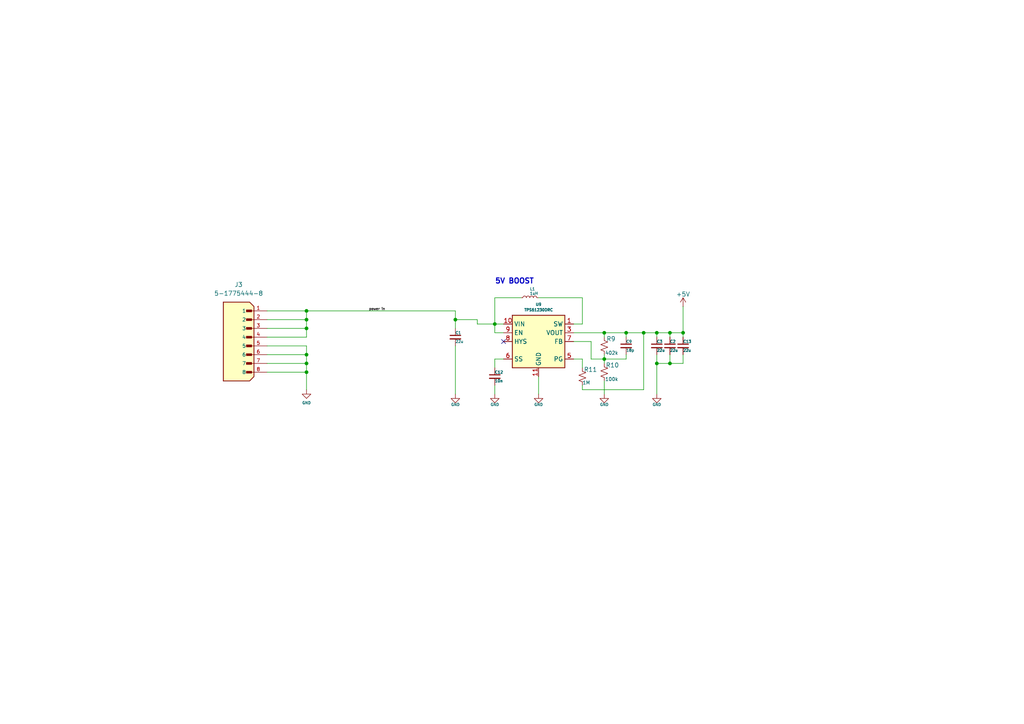
<source format=kicad_sch>
(kicad_sch
	(version 20231120)
	(generator "eeschema")
	(generator_version "8.0")
	(uuid "2835462f-76ea-47fd-80aa-e5a3c17e5f08")
	(paper "A4")
	(lib_symbols
		(symbol "5-1775444-8:5-1775444-8"
			(pin_names
				(offset 1.016)
			)
			(exclude_from_sim no)
			(in_bom yes)
			(on_board yes)
			(property "Reference" "J3"
				(at 0.635 17.78 0)
				(effects
					(font
						(size 1.27 1.27)
					)
				)
			)
			(property "Value" "5-1775444-8"
				(at 0.635 15.24 0)
				(effects
					(font
						(size 1.27 1.27)
					)
				)
			)
			(property "Footprint" "5-1775444-8:TE_5-1775444-8"
				(at 0 0 0)
				(effects
					(font
						(size 1.27 1.27)
					)
					(justify bottom)
					(hide yes)
				)
			)
			(property "Datasheet" ""
				(at 0 0 0)
				(effects
					(font
						(size 1.27 1.27)
					)
					(hide yes)
				)
			)
			(property "Description" ""
				(at 0 0 0)
				(effects
					(font
						(size 1.27 1.27)
					)
					(hide yes)
				)
			)
			(property "Comment" "5-1775444-8"
				(at 0 0 0)
				(effects
					(font
						(size 1.27 1.27)
					)
					(justify bottom)
					(hide yes)
				)
			)
			(property "MF" "TE Connectivity"
				(at 0 0 0)
				(effects
					(font
						(size 1.27 1.27)
					)
					(justify bottom)
					(hide yes)
				)
			)
			(property "MAXIMUM_PACKAGE_HEIGHT" "4.45 mm"
				(at 0 0 0)
				(effects
					(font
						(size 1.27 1.27)
					)
					(justify bottom)
					(hide yes)
				)
			)
			(property "Package" "None"
				(at 0 0 0)
				(effects
					(font
						(size 1.27 1.27)
					)
					(justify bottom)
					(hide yes)
				)
			)
			(property "Purchase-URL" "https://www.snapeda.com/api/url_track_click_mouser/?unipart_id=1406007&manufacturer=TE Connectivity&part_name=5-1775444-8&search_term=5-1775444-8"
				(at 0 0 0)
				(effects
					(font
						(size 1.27 1.27)
					)
					(justify bottom)
					(hide yes)
				)
			)
			(property "Price" "None"
				(at 0 0 0)
				(effects
					(font
						(size 1.27 1.27)
					)
					(justify bottom)
					(hide yes)
				)
			)
			(property "Check_prices" "https://www.snapeda.com/parts/5-1775444-8/TE+Connectivity+AMP+Connectors/view-part/?ref=eda"
				(at 0 0 0)
				(effects
					(font
						(size 1.27 1.27)
					)
					(justify bottom)
					(hide yes)
				)
			)
			(property "STANDARD" "Manufacturer Recommendations"
				(at 0 0 0)
				(effects
					(font
						(size 1.27 1.27)
					)
					(justify bottom)
					(hide yes)
				)
			)
			(property "PARTREV" "A5"
				(at 0 0 0)
				(effects
					(font
						(size 1.27 1.27)
					)
					(justify bottom)
					(hide yes)
				)
			)
			(property "SnapEDA_Link" "https://www.snapeda.com/parts/5-1775444-8/TE+Connectivity+AMP+Connectors/view-part/?ref=snap"
				(at 0 0 0)
				(effects
					(font
						(size 1.27 1.27)
					)
					(justify bottom)
					(hide yes)
				)
			)
			(property "MP" "5-1775444-8"
				(at 0 0 0)
				(effects
					(font
						(size 1.27 1.27)
					)
					(justify bottom)
					(hide yes)
				)
			)
			(property "EU_RoHS_Compliance" "Compliant"
				(at 0 0 0)
				(effects
					(font
						(size 1.27 1.27)
					)
					(justify bottom)
					(hide yes)
				)
			)
			(property "Description_1" "\nEMIX CONN., 1.5MM PITCH, HDR, R/A, 8P\n"
				(at 0 0 0)
				(effects
					(font
						(size 1.27 1.27)
					)
					(justify bottom)
					(hide yes)
				)
			)
			(property "Availability" "In Stock"
				(at 0 0 0)
				(effects
					(font
						(size 1.27 1.27)
					)
					(justify bottom)
					(hide yes)
				)
			)
			(property "MANUFACTURER" "TE Connectivity"
				(at 0 0 0)
				(effects
					(font
						(size 1.27 1.27)
					)
					(justify bottom)
					(hide yes)
				)
			)
			(symbol "5-1775444-8_0_0"
				(rectangle
					(start -3.175 -7.9375)
					(end -1.5875 -7.3025)
					(stroke
						(width 0.1)
						(type default)
					)
					(fill
						(type outline)
					)
				)
				(rectangle
					(start -3.175 -5.3975)
					(end -1.5875 -4.7625)
					(stroke
						(width 0.1)
						(type default)
					)
					(fill
						(type outline)
					)
				)
				(rectangle
					(start -3.175 -2.8575)
					(end -1.5875 -2.2225)
					(stroke
						(width 0.1)
						(type default)
					)
					(fill
						(type outline)
					)
				)
				(rectangle
					(start -3.175 -0.3175)
					(end -1.5875 0.3175)
					(stroke
						(width 0.1)
						(type default)
					)
					(fill
						(type outline)
					)
				)
				(rectangle
					(start -3.175 2.2225)
					(end -1.5875 2.8575)
					(stroke
						(width 0.1)
						(type default)
					)
					(fill
						(type outline)
					)
				)
				(rectangle
					(start -3.175 4.7625)
					(end -1.5875 5.3975)
					(stroke
						(width 0.1)
						(type default)
					)
					(fill
						(type outline)
					)
				)
				(rectangle
					(start -3.175 7.3025)
					(end -1.5875 7.9375)
					(stroke
						(width 0.1)
						(type default)
					)
					(fill
						(type outline)
					)
				)
				(rectangle
					(start -3.175 9.8425)
					(end -1.5875 10.4775)
					(stroke
						(width 0.1)
						(type default)
					)
					(fill
						(type outline)
					)
				)
				(pin passive line
					(at -7.62 10.16 0)
					(length 5.08)
					(name "1"
						(effects
							(font
								(size 1.016 1.016)
							)
						)
					)
					(number "1"
						(effects
							(font
								(size 1.016 1.016)
							)
						)
					)
				)
				(pin passive line
					(at -7.62 7.62 0)
					(length 5.08)
					(name "2"
						(effects
							(font
								(size 1.016 1.016)
							)
						)
					)
					(number "2"
						(effects
							(font
								(size 1.016 1.016)
							)
						)
					)
				)
				(pin passive line
					(at -7.62 5.08 0)
					(length 5.08)
					(name "3"
						(effects
							(font
								(size 1.016 1.016)
							)
						)
					)
					(number "3"
						(effects
							(font
								(size 1.016 1.016)
							)
						)
					)
				)
				(pin passive line
					(at -7.62 2.54 0)
					(length 5.08)
					(name "4"
						(effects
							(font
								(size 1.016 1.016)
							)
						)
					)
					(number "4"
						(effects
							(font
								(size 1.016 1.016)
							)
						)
					)
				)
				(pin passive line
					(at -7.62 0 0)
					(length 5.08)
					(name "5"
						(effects
							(font
								(size 1.016 1.016)
							)
						)
					)
					(number "5"
						(effects
							(font
								(size 1.016 1.016)
							)
						)
					)
				)
				(pin passive line
					(at -7.62 -2.54 0)
					(length 5.08)
					(name "6"
						(effects
							(font
								(size 1.016 1.016)
							)
						)
					)
					(number "6"
						(effects
							(font
								(size 1.016 1.016)
							)
						)
					)
				)
				(pin passive line
					(at -7.62 -5.08 0)
					(length 5.08)
					(name "7"
						(effects
							(font
								(size 1.016 1.016)
							)
						)
					)
					(number "7"
						(effects
							(font
								(size 1.016 1.016)
							)
						)
					)
				)
				(pin passive line
					(at -7.62 -7.62 0)
					(length 5.08)
					(name "8"
						(effects
							(font
								(size 1.016 1.016)
							)
						)
					)
					(number "8"
						(effects
							(font
								(size 1.016 1.016)
							)
						)
					)
				)
			)
			(symbol "5-1775444-8_1_1"
				(polyline
					(pts
						(xy 5.08 12.7) (xy -2.54 12.7) (xy -3.81 11.43) (xy -3.81 -8.89) (xy -2.54 -10.16) (xy 5.08 -10.16)
						(xy 5.08 12.7)
					)
					(stroke
						(width 0.254)
						(type default)
					)
					(fill
						(type background)
					)
				)
			)
		)
		(symbol "Device:C_Small"
			(pin_numbers hide)
			(pin_names
				(offset 0.254) hide)
			(exclude_from_sim no)
			(in_bom yes)
			(on_board yes)
			(property "Reference" "C"
				(at 0.254 1.778 0)
				(effects
					(font
						(size 1.27 1.27)
					)
					(justify left)
				)
			)
			(property "Value" "C_Small"
				(at 0.254 -2.032 0)
				(effects
					(font
						(size 1.27 1.27)
					)
					(justify left)
				)
			)
			(property "Footprint" ""
				(at 0 0 0)
				(effects
					(font
						(size 1.27 1.27)
					)
					(hide yes)
				)
			)
			(property "Datasheet" "~"
				(at 0 0 0)
				(effects
					(font
						(size 1.27 1.27)
					)
					(hide yes)
				)
			)
			(property "Description" "Unpolarized capacitor, small symbol"
				(at 0 0 0)
				(effects
					(font
						(size 1.27 1.27)
					)
					(hide yes)
				)
			)
			(property "ki_keywords" "capacitor cap"
				(at 0 0 0)
				(effects
					(font
						(size 1.27 1.27)
					)
					(hide yes)
				)
			)
			(property "ki_fp_filters" "C_*"
				(at 0 0 0)
				(effects
					(font
						(size 1.27 1.27)
					)
					(hide yes)
				)
			)
			(symbol "C_Small_0_1"
				(polyline
					(pts
						(xy -1.524 -0.508) (xy 1.524 -0.508)
					)
					(stroke
						(width 0.3302)
						(type default)
					)
					(fill
						(type none)
					)
				)
				(polyline
					(pts
						(xy -1.524 0.508) (xy 1.524 0.508)
					)
					(stroke
						(width 0.3048)
						(type default)
					)
					(fill
						(type none)
					)
				)
			)
			(symbol "C_Small_1_1"
				(pin passive line
					(at 0 2.54 270)
					(length 2.032)
					(name "~"
						(effects
							(font
								(size 1.27 1.27)
							)
						)
					)
					(number "1"
						(effects
							(font
								(size 1.27 1.27)
							)
						)
					)
				)
				(pin passive line
					(at 0 -2.54 90)
					(length 2.032)
					(name "~"
						(effects
							(font
								(size 1.27 1.27)
							)
						)
					)
					(number "2"
						(effects
							(font
								(size 1.27 1.27)
							)
						)
					)
				)
			)
		)
		(symbol "Device:L_Small"
			(pin_numbers hide)
			(pin_names
				(offset 0.254) hide)
			(exclude_from_sim no)
			(in_bom yes)
			(on_board yes)
			(property "Reference" "L"
				(at 0.762 1.016 0)
				(effects
					(font
						(size 1.27 1.27)
					)
					(justify left)
				)
			)
			(property "Value" "L_Small"
				(at 0.762 -1.016 0)
				(effects
					(font
						(size 1.27 1.27)
					)
					(justify left)
				)
			)
			(property "Footprint" ""
				(at 0 0 0)
				(effects
					(font
						(size 1.27 1.27)
					)
					(hide yes)
				)
			)
			(property "Datasheet" "~"
				(at 0 0 0)
				(effects
					(font
						(size 1.27 1.27)
					)
					(hide yes)
				)
			)
			(property "Description" "Inductor, small symbol"
				(at 0 0 0)
				(effects
					(font
						(size 1.27 1.27)
					)
					(hide yes)
				)
			)
			(property "ki_keywords" "inductor choke coil reactor magnetic"
				(at 0 0 0)
				(effects
					(font
						(size 1.27 1.27)
					)
					(hide yes)
				)
			)
			(property "ki_fp_filters" "Choke_* *Coil* Inductor_* L_*"
				(at 0 0 0)
				(effects
					(font
						(size 1.27 1.27)
					)
					(hide yes)
				)
			)
			(symbol "L_Small_0_1"
				(arc
					(start 0 -2.032)
					(mid 0.5058 -1.524)
					(end 0 -1.016)
					(stroke
						(width 0)
						(type default)
					)
					(fill
						(type none)
					)
				)
				(arc
					(start 0 -1.016)
					(mid 0.5058 -0.508)
					(end 0 0)
					(stroke
						(width 0)
						(type default)
					)
					(fill
						(type none)
					)
				)
				(arc
					(start 0 0)
					(mid 0.5058 0.508)
					(end 0 1.016)
					(stroke
						(width 0)
						(type default)
					)
					(fill
						(type none)
					)
				)
				(arc
					(start 0 1.016)
					(mid 0.5058 1.524)
					(end 0 2.032)
					(stroke
						(width 0)
						(type default)
					)
					(fill
						(type none)
					)
				)
			)
			(symbol "L_Small_1_1"
				(pin passive line
					(at 0 2.54 270)
					(length 0.508)
					(name "~"
						(effects
							(font
								(size 1.27 1.27)
							)
						)
					)
					(number "1"
						(effects
							(font
								(size 1.27 1.27)
							)
						)
					)
				)
				(pin passive line
					(at 0 -2.54 90)
					(length 0.508)
					(name "~"
						(effects
							(font
								(size 1.27 1.27)
							)
						)
					)
					(number "2"
						(effects
							(font
								(size 1.27 1.27)
							)
						)
					)
				)
			)
		)
		(symbol "Device:R_Small_US"
			(pin_numbers hide)
			(pin_names
				(offset 0.254) hide)
			(exclude_from_sim no)
			(in_bom yes)
			(on_board yes)
			(property "Reference" "R"
				(at 0.762 0.508 0)
				(effects
					(font
						(size 1.27 1.27)
					)
					(justify left)
				)
			)
			(property "Value" "R_Small_US"
				(at 0.762 -1.016 0)
				(effects
					(font
						(size 1.27 1.27)
					)
					(justify left)
				)
			)
			(property "Footprint" ""
				(at 0 0 0)
				(effects
					(font
						(size 1.27 1.27)
					)
					(hide yes)
				)
			)
			(property "Datasheet" "~"
				(at 0 0 0)
				(effects
					(font
						(size 1.27 1.27)
					)
					(hide yes)
				)
			)
			(property "Description" "Resistor, small US symbol"
				(at 0 0 0)
				(effects
					(font
						(size 1.27 1.27)
					)
					(hide yes)
				)
			)
			(property "ki_keywords" "r resistor"
				(at 0 0 0)
				(effects
					(font
						(size 1.27 1.27)
					)
					(hide yes)
				)
			)
			(property "ki_fp_filters" "R_*"
				(at 0 0 0)
				(effects
					(font
						(size 1.27 1.27)
					)
					(hide yes)
				)
			)
			(symbol "R_Small_US_1_1"
				(polyline
					(pts
						(xy 0 0) (xy 1.016 -0.381) (xy 0 -0.762) (xy -1.016 -1.143) (xy 0 -1.524)
					)
					(stroke
						(width 0)
						(type default)
					)
					(fill
						(type none)
					)
				)
				(polyline
					(pts
						(xy 0 1.524) (xy 1.016 1.143) (xy 0 0.762) (xy -1.016 0.381) (xy 0 0)
					)
					(stroke
						(width 0)
						(type default)
					)
					(fill
						(type none)
					)
				)
				(pin passive line
					(at 0 2.54 270)
					(length 1.016)
					(name "~"
						(effects
							(font
								(size 1.27 1.27)
							)
						)
					)
					(number "1"
						(effects
							(font
								(size 1.27 1.27)
							)
						)
					)
				)
				(pin passive line
					(at 0 -2.54 90)
					(length 1.016)
					(name "~"
						(effects
							(font
								(size 1.27 1.27)
							)
						)
					)
					(number "2"
						(effects
							(font
								(size 1.27 1.27)
							)
						)
					)
				)
			)
		)
		(symbol "Regulator_Switching:TPS61230DRC"
			(exclude_from_sim no)
			(in_bom yes)
			(on_board yes)
			(property "Reference" "U"
				(at -7.62 11.43 0)
				(effects
					(font
						(size 1.27 1.27)
					)
					(justify left top)
				)
			)
			(property "Value" "TPS61230DRC"
				(at -7.62 8.89 0)
				(effects
					(font
						(size 1.27 1.27)
					)
					(justify left)
				)
			)
			(property "Footprint" "Package_SON:Texas_S-PVSON-N10_ThermalVias"
				(at 2.54 35.56 0)
				(effects
					(font
						(size 1.27 1.27)
					)
					(hide yes)
				)
			)
			(property "Datasheet" "http://www.ti.com/lit/ds/symlink/tps61232.pdf"
				(at 0 21.59 0)
				(effects
					(font
						(size 1.27 1.27)
					)
					(hide yes)
				)
			)
			(property "Description" "High Efficiency Synchronous Step Up Converters with 5-A Switches, 2.3-5.5V Input Voltage, VSON-10"
				(at 0 0 0)
				(effects
					(font
						(size 1.27 1.27)
					)
					(hide yes)
				)
			)
			(property "ki_keywords" "boost converter switching adjustable 5A-switch VSON-10"
				(at 0 0 0)
				(effects
					(font
						(size 1.27 1.27)
					)
					(hide yes)
				)
			)
			(property "ki_fp_filters" "Texas*S*PVSON*N10*"
				(at 0 0 0)
				(effects
					(font
						(size 1.27 1.27)
					)
					(hide yes)
				)
			)
			(symbol "TPS61230DRC_0_1"
				(rectangle
					(start -7.62 7.62)
					(end 7.62 -7.62)
					(stroke
						(width 0.254)
						(type default)
					)
					(fill
						(type background)
					)
				)
			)
			(symbol "TPS61230DRC_1_1"
				(pin power_out line
					(at 10.16 5.08 180)
					(length 2.54)
					(name "SW"
						(effects
							(font
								(size 1.27 1.27)
							)
						)
					)
					(number "1"
						(effects
							(font
								(size 1.27 1.27)
							)
						)
					)
				)
				(pin power_in line
					(at -10.16 5.08 0)
					(length 2.54)
					(name "VIN"
						(effects
							(font
								(size 1.27 1.27)
							)
						)
					)
					(number "10"
						(effects
							(font
								(size 1.27 1.27)
							)
						)
					)
				)
				(pin power_in line
					(at 0 -10.16 90)
					(length 2.54)
					(name "GND"
						(effects
							(font
								(size 1.27 1.27)
							)
						)
					)
					(number "11"
						(effects
							(font
								(size 1.27 1.27)
							)
						)
					)
				)
				(pin passive line
					(at 10.16 5.08 180)
					(length 2.54) hide
					(name "SW"
						(effects
							(font
								(size 1.27 1.27)
							)
						)
					)
					(number "2"
						(effects
							(font
								(size 1.27 1.27)
							)
						)
					)
				)
				(pin power_out line
					(at 10.16 2.54 180)
					(length 2.54)
					(name "VOUT"
						(effects
							(font
								(size 1.27 1.27)
							)
						)
					)
					(number "3"
						(effects
							(font
								(size 1.27 1.27)
							)
						)
					)
				)
				(pin passive line
					(at 10.16 2.54 180)
					(length 2.54) hide
					(name "VOUT"
						(effects
							(font
								(size 1.27 1.27)
							)
						)
					)
					(number "4"
						(effects
							(font
								(size 1.27 1.27)
							)
						)
					)
				)
				(pin output line
					(at 10.16 -5.08 180)
					(length 2.54)
					(name "PG"
						(effects
							(font
								(size 1.27 1.27)
							)
						)
					)
					(number "5"
						(effects
							(font
								(size 1.27 1.27)
							)
						)
					)
				)
				(pin input line
					(at -10.16 -5.08 0)
					(length 2.54)
					(name "SS"
						(effects
							(font
								(size 1.27 1.27)
							)
						)
					)
					(number "6"
						(effects
							(font
								(size 1.27 1.27)
							)
						)
					)
				)
				(pin input line
					(at 10.16 0 180)
					(length 2.54)
					(name "FB"
						(effects
							(font
								(size 1.27 1.27)
							)
						)
					)
					(number "7"
						(effects
							(font
								(size 1.27 1.27)
							)
						)
					)
				)
				(pin output line
					(at -10.16 0 0)
					(length 2.54)
					(name "HYS"
						(effects
							(font
								(size 1.27 1.27)
							)
						)
					)
					(number "8"
						(effects
							(font
								(size 1.27 1.27)
							)
						)
					)
				)
				(pin input line
					(at -10.16 2.54 0)
					(length 2.54)
					(name "EN"
						(effects
							(font
								(size 1.27 1.27)
							)
						)
					)
					(number "9"
						(effects
							(font
								(size 1.27 1.27)
							)
						)
					)
				)
			)
		)
		(symbol "WIreless_Receiver_with_QI_Charging-rescue:GND-power"
			(power)
			(pin_names
				(offset 0)
			)
			(exclude_from_sim no)
			(in_bom yes)
			(on_board yes)
			(property "Reference" "#PWR"
				(at 0 -6.35 0)
				(effects
					(font
						(size 1.27 1.27)
					)
					(hide yes)
				)
			)
			(property "Value" "power_GND"
				(at 0 -3.81 0)
				(effects
					(font
						(size 1.27 1.27)
					)
				)
			)
			(property "Footprint" ""
				(at 0 0 0)
				(effects
					(font
						(size 1.27 1.27)
					)
					(hide yes)
				)
			)
			(property "Datasheet" ""
				(at 0 0 0)
				(effects
					(font
						(size 1.27 1.27)
					)
					(hide yes)
				)
			)
			(property "Description" ""
				(at 0 0 0)
				(effects
					(font
						(size 1.27 1.27)
					)
					(hide yes)
				)
			)
			(symbol "GND-power_0_1"
				(polyline
					(pts
						(xy 0 0) (xy 0 -1.27) (xy 1.27 -1.27) (xy 0 -2.54) (xy -1.27 -1.27) (xy 0 -1.27)
					)
					(stroke
						(width 0)
						(type solid)
					)
					(fill
						(type none)
					)
				)
			)
			(symbol "GND-power_1_1"
				(pin power_in line
					(at 0 0 270)
					(length 0) hide
					(name "GND"
						(effects
							(font
								(size 1.27 1.27)
							)
						)
					)
					(number "1"
						(effects
							(font
								(size 1.27 1.27)
							)
						)
					)
				)
			)
		)
		(symbol "power:+5V"
			(power)
			(pin_numbers hide)
			(pin_names
				(offset 0) hide)
			(exclude_from_sim no)
			(in_bom yes)
			(on_board yes)
			(property "Reference" "#PWR"
				(at 0 -3.81 0)
				(effects
					(font
						(size 1.27 1.27)
					)
					(hide yes)
				)
			)
			(property "Value" "+5V"
				(at 0 3.556 0)
				(effects
					(font
						(size 1.27 1.27)
					)
				)
			)
			(property "Footprint" ""
				(at 0 0 0)
				(effects
					(font
						(size 1.27 1.27)
					)
					(hide yes)
				)
			)
			(property "Datasheet" ""
				(at 0 0 0)
				(effects
					(font
						(size 1.27 1.27)
					)
					(hide yes)
				)
			)
			(property "Description" "Power symbol creates a global label with name \"+5V\""
				(at 0 0 0)
				(effects
					(font
						(size 1.27 1.27)
					)
					(hide yes)
				)
			)
			(property "ki_keywords" "global power"
				(at 0 0 0)
				(effects
					(font
						(size 1.27 1.27)
					)
					(hide yes)
				)
			)
			(symbol "+5V_0_1"
				(polyline
					(pts
						(xy -0.762 1.27) (xy 0 2.54)
					)
					(stroke
						(width 0)
						(type default)
					)
					(fill
						(type none)
					)
				)
				(polyline
					(pts
						(xy 0 0) (xy 0 2.54)
					)
					(stroke
						(width 0)
						(type default)
					)
					(fill
						(type none)
					)
				)
				(polyline
					(pts
						(xy 0 2.54) (xy 0.762 1.27)
					)
					(stroke
						(width 0)
						(type default)
					)
					(fill
						(type none)
					)
				)
			)
			(symbol "+5V_1_1"
				(pin power_in line
					(at 0 0 90)
					(length 0)
					(name "~"
						(effects
							(font
								(size 1.27 1.27)
							)
						)
					)
					(number "1"
						(effects
							(font
								(size 1.27 1.27)
							)
						)
					)
				)
			)
		)
	)
	(junction
		(at 181.61 96.52)
		(diameter 0)
		(color 0 0 0 0)
		(uuid "064682f5-aa68-44c4-b0ba-d4147d891f9a")
	)
	(junction
		(at 175.26 104.14)
		(diameter 0)
		(color 0 0 0 0)
		(uuid "086c67cc-169b-4667-a46e-9d1208bd638c")
	)
	(junction
		(at 190.5 96.52)
		(diameter 0)
		(color 0 0 0 0)
		(uuid "0c8fa2d4-43ac-437b-9917-ee8e7d51c9b1")
	)
	(junction
		(at 194.31 96.52)
		(diameter 0)
		(color 0 0 0 0)
		(uuid "0f3ca270-f2e7-4224-b947-b3c966f76fe5")
	)
	(junction
		(at 88.9 105.41)
		(diameter 0)
		(color 0 0 0 0)
		(uuid "13c4b0b9-717e-412b-a5fc-20f8d98fce93")
	)
	(junction
		(at 186.69 96.52)
		(diameter 0)
		(color 0 0 0 0)
		(uuid "1e700c41-01f1-4887-92e2-84250997661a")
	)
	(junction
		(at 198.12 96.52)
		(diameter 0)
		(color 0 0 0 0)
		(uuid "20de6008-fa9a-4fec-a88f-89c5a5c81cb3")
	)
	(junction
		(at 88.9 95.25)
		(diameter 0)
		(color 0 0 0 0)
		(uuid "331175d5-98f5-456e-808b-0c078caa9015")
	)
	(junction
		(at 88.9 90.17)
		(diameter 0)
		(color 0 0 0 0)
		(uuid "35adf148-432b-41cc-aafb-60dd2574a2ff")
	)
	(junction
		(at 88.9 102.87)
		(diameter 0)
		(color 0 0 0 0)
		(uuid "48a5b586-3f7d-47d0-b7ae-9805d1d4e0b8")
	)
	(junction
		(at 88.9 92.71)
		(diameter 0)
		(color 0 0 0 0)
		(uuid "57a6665b-2a26-4ceb-8179-eed33411b7df")
	)
	(junction
		(at 88.9 107.95)
		(diameter 0)
		(color 0 0 0 0)
		(uuid "69b9dd18-b15c-4721-9ca6-d42ed4c2bbda")
	)
	(junction
		(at 143.51 93.98)
		(diameter 0)
		(color 0 0 0 0)
		(uuid "6d2d2c54-0bbd-42a9-a54c-5a41209ff244")
	)
	(junction
		(at 132.08 92.71)
		(diameter 0)
		(color 0 0 0 0)
		(uuid "b2c9b513-6071-436d-a953-b2697a50505e")
	)
	(junction
		(at 190.5 105.41)
		(diameter 0)
		(color 0 0 0 0)
		(uuid "d67d7ff5-ee11-4a74-9dca-eb34ac834156")
	)
	(junction
		(at 194.31 105.41)
		(diameter 0)
		(color 0 0 0 0)
		(uuid "e680a17a-cb0b-4364-922c-e8c289e95f61")
	)
	(junction
		(at 175.26 96.52)
		(diameter 0)
		(color 0 0 0 0)
		(uuid "faac9c03-2e9b-4e71-8dae-852b3e16e7a9")
	)
	(no_connect
		(at 146.05 99.06)
		(uuid "2fd8b1e4-61ba-44b6-b430-4ab1bb7a9625")
	)
	(wire
		(pts
			(xy 198.12 88.9) (xy 198.12 96.52)
		)
		(stroke
			(width 0)
			(type default)
		)
		(uuid "00620987-5e36-401b-adf1-7ad505807e0b")
	)
	(wire
		(pts
			(xy 175.26 96.52) (xy 181.61 96.52)
		)
		(stroke
			(width 0)
			(type default)
		)
		(uuid "0125c070-8740-4ba5-b9e9-f1a1a9097f73")
	)
	(wire
		(pts
			(xy 132.08 92.71) (xy 132.08 95.25)
		)
		(stroke
			(width 0)
			(type default)
		)
		(uuid "0566cd88-0e1e-4ebd-8067-79d823c5487f")
	)
	(wire
		(pts
			(xy 143.51 96.52) (xy 146.05 96.52)
		)
		(stroke
			(width 0)
			(type default)
		)
		(uuid "05e77088-f516-4bc3-a73d-540959f26df1")
	)
	(wire
		(pts
			(xy 143.51 111.76) (xy 143.51 114.3)
		)
		(stroke
			(width 0)
			(type default)
		)
		(uuid "07142475-6522-4877-b240-8965997f520b")
	)
	(wire
		(pts
			(xy 181.61 96.52) (xy 181.61 97.79)
		)
		(stroke
			(width 0)
			(type default)
		)
		(uuid "0e541535-670a-4ebc-b31e-2161f4bdb0aa")
	)
	(wire
		(pts
			(xy 166.37 96.52) (xy 175.26 96.52)
		)
		(stroke
			(width 0)
			(type default)
		)
		(uuid "20f1b294-dfa2-4f9a-b552-84eca79c7005")
	)
	(wire
		(pts
			(xy 88.9 107.95) (xy 88.9 113.03)
		)
		(stroke
			(width 0)
			(type default)
		)
		(uuid "23e7965f-ec11-4722-87f9-d022fa4e14e2")
	)
	(wire
		(pts
			(xy 146.05 93.98) (xy 143.51 93.98)
		)
		(stroke
			(width 0)
			(type default)
		)
		(uuid "24808f5d-d89c-48ac-a4f4-5edd562405d0")
	)
	(wire
		(pts
			(xy 168.91 113.03) (xy 186.69 113.03)
		)
		(stroke
			(width 0)
			(type default)
		)
		(uuid "27c89b7d-0f9e-4e45-907d-60fe19850246")
	)
	(wire
		(pts
			(xy 181.61 104.14) (xy 175.26 104.14)
		)
		(stroke
			(width 0)
			(type default)
		)
		(uuid "2f3310ba-2fc9-4e9b-a769-aa6cfb80d7cc")
	)
	(wire
		(pts
			(xy 77.47 102.87) (xy 88.9 102.87)
		)
		(stroke
			(width 0)
			(type default)
		)
		(uuid "3383b5ad-4390-454c-adf2-ad178e0befd2")
	)
	(wire
		(pts
			(xy 181.61 96.52) (xy 186.69 96.52)
		)
		(stroke
			(width 0)
			(type default)
		)
		(uuid "35be81a6-ac58-43d7-8a04-f257fe9104fa")
	)
	(wire
		(pts
			(xy 156.21 109.22) (xy 156.21 114.3)
		)
		(stroke
			(width 0)
			(type default)
		)
		(uuid "4470c630-1d7b-4b97-ab71-9cd94c31483c")
	)
	(wire
		(pts
			(xy 77.47 100.33) (xy 88.9 100.33)
		)
		(stroke
			(width 0)
			(type default)
		)
		(uuid "44a402c9-dc15-4f31-af99-c7d1c4b0eb4f")
	)
	(wire
		(pts
			(xy 143.51 93.98) (xy 143.51 96.52)
		)
		(stroke
			(width 0)
			(type default)
		)
		(uuid "44b491f8-cd98-4eeb-a60f-f532fa1b5fc6")
	)
	(wire
		(pts
			(xy 190.5 105.41) (xy 190.5 114.3)
		)
		(stroke
			(width 0)
			(type default)
		)
		(uuid "4733ba8d-3831-45c6-9b21-23ee0db04b8a")
	)
	(wire
		(pts
			(xy 186.69 96.52) (xy 190.5 96.52)
		)
		(stroke
			(width 0)
			(type default)
		)
		(uuid "48cc18ea-f36a-4d89-ab47-1f06670ffc77")
	)
	(wire
		(pts
			(xy 190.5 96.52) (xy 194.31 96.52)
		)
		(stroke
			(width 0)
			(type default)
		)
		(uuid "4bdc5889-eb23-4a16-be4e-9c67fbd591ec")
	)
	(wire
		(pts
			(xy 143.51 93.98) (xy 143.51 86.36)
		)
		(stroke
			(width 0)
			(type default)
		)
		(uuid "5096efa2-8478-4551-a198-ff60874456c0")
	)
	(wire
		(pts
			(xy 138.43 93.98) (xy 138.43 92.71)
		)
		(stroke
			(width 0)
			(type default)
		)
		(uuid "53d3983b-f280-4e7b-a039-9d79a0ef62e8")
	)
	(wire
		(pts
			(xy 156.21 86.36) (xy 168.91 86.36)
		)
		(stroke
			(width 0)
			(type default)
		)
		(uuid "57090295-ff5c-4403-92b9-91a1bf8453e3")
	)
	(wire
		(pts
			(xy 88.9 102.87) (xy 88.9 105.41)
		)
		(stroke
			(width 0)
			(type default)
		)
		(uuid "5880a187-f6cb-40a6-b550-267f5dc0e93a")
	)
	(wire
		(pts
			(xy 194.31 96.52) (xy 198.12 96.52)
		)
		(stroke
			(width 0)
			(type default)
		)
		(uuid "5be43d06-1c22-471a-8370-1a2bd673b9cd")
	)
	(wire
		(pts
			(xy 171.45 104.14) (xy 175.26 104.14)
		)
		(stroke
			(width 0)
			(type default)
		)
		(uuid "628c2fb5-6369-431b-a364-9725c123e269")
	)
	(wire
		(pts
			(xy 175.26 96.52) (xy 175.26 97.79)
		)
		(stroke
			(width 0)
			(type default)
		)
		(uuid "67dcf023-9eee-4915-94a6-6caa785246b5")
	)
	(wire
		(pts
			(xy 194.31 102.87) (xy 194.31 105.41)
		)
		(stroke
			(width 0)
			(type default)
		)
		(uuid "6c7b3b0e-f6a9-42bf-befc-4f35ca2d44ea")
	)
	(wire
		(pts
			(xy 168.91 93.98) (xy 166.37 93.98)
		)
		(stroke
			(width 0)
			(type default)
		)
		(uuid "6d7391ba-f380-4dc9-8cd0-f5453fcbe117")
	)
	(wire
		(pts
			(xy 132.08 92.71) (xy 132.08 90.17)
		)
		(stroke
			(width 0)
			(type default)
		)
		(uuid "6d741c9b-daaf-4d8d-aac2-0dc59dda2cad")
	)
	(wire
		(pts
			(xy 168.91 104.14) (xy 168.91 106.68)
		)
		(stroke
			(width 0)
			(type default)
		)
		(uuid "6dda9a85-56c7-4052-998c-51ef4a67c1f1")
	)
	(wire
		(pts
			(xy 168.91 86.36) (xy 168.91 93.98)
		)
		(stroke
			(width 0)
			(type default)
		)
		(uuid "7be900a5-f589-40e8-b3f0-0be6c53f10c7")
	)
	(wire
		(pts
			(xy 88.9 92.71) (xy 88.9 90.17)
		)
		(stroke
			(width 0)
			(type default)
		)
		(uuid "7dd0221c-8940-4c86-81fd-5a24463ce625")
	)
	(wire
		(pts
			(xy 88.9 97.79) (xy 88.9 95.25)
		)
		(stroke
			(width 0)
			(type default)
		)
		(uuid "7edf1904-6c32-4bdc-90f5-ef4571da8fd6")
	)
	(wire
		(pts
			(xy 88.9 90.17) (xy 132.08 90.17)
		)
		(stroke
			(width 0)
			(type default)
		)
		(uuid "84079b33-8476-49d7-9120-461324e1753b")
	)
	(wire
		(pts
			(xy 77.47 105.41) (xy 88.9 105.41)
		)
		(stroke
			(width 0)
			(type default)
		)
		(uuid "8ed9ac23-2899-4045-a9c9-f095b3f62f2c")
	)
	(wire
		(pts
			(xy 88.9 107.95) (xy 77.47 107.95)
		)
		(stroke
			(width 0)
			(type default)
		)
		(uuid "8f0ee753-9bbf-4e68-849d-6a2734aefdf0")
	)
	(wire
		(pts
			(xy 132.08 100.33) (xy 132.08 114.3)
		)
		(stroke
			(width 0)
			(type default)
		)
		(uuid "9951b269-f022-4ade-b077-f5537aea0b18")
	)
	(wire
		(pts
			(xy 175.26 110.49) (xy 175.26 114.3)
		)
		(stroke
			(width 0)
			(type default)
		)
		(uuid "9c0f2411-ba11-4954-af06-08063560da5b")
	)
	(wire
		(pts
			(xy 77.47 97.79) (xy 88.9 97.79)
		)
		(stroke
			(width 0)
			(type default)
		)
		(uuid "9d169465-12ff-4c19-b4c8-0ad8fa4871bf")
	)
	(wire
		(pts
			(xy 166.37 99.06) (xy 171.45 99.06)
		)
		(stroke
			(width 0)
			(type default)
		)
		(uuid "aa918ebd-2ff8-40e0-ac15-bdfab390e8e5")
	)
	(wire
		(pts
			(xy 146.05 104.14) (xy 143.51 104.14)
		)
		(stroke
			(width 0)
			(type default)
		)
		(uuid "b0e170ae-e101-439b-aaaf-3275d5b4b65e")
	)
	(wire
		(pts
			(xy 143.51 104.14) (xy 143.51 106.68)
		)
		(stroke
			(width 0)
			(type default)
		)
		(uuid "b241fe01-7884-4d3d-9eed-eef53417f217")
	)
	(wire
		(pts
			(xy 171.45 99.06) (xy 171.45 104.14)
		)
		(stroke
			(width 0)
			(type default)
		)
		(uuid "b840a2e9-738c-48c4-80a5-f24ac863ba08")
	)
	(wire
		(pts
			(xy 138.43 93.98) (xy 143.51 93.98)
		)
		(stroke
			(width 0)
			(type default)
		)
		(uuid "bcb95018-bd47-4440-b268-2576174db0d3")
	)
	(wire
		(pts
			(xy 175.26 104.14) (xy 175.26 105.41)
		)
		(stroke
			(width 0)
			(type default)
		)
		(uuid "c7dc1c9d-f30c-4b90-9ea1-fa063fb68a54")
	)
	(wire
		(pts
			(xy 198.12 96.52) (xy 198.12 97.79)
		)
		(stroke
			(width 0)
			(type default)
		)
		(uuid "d1b45b77-ed3e-4dde-8050-43f0211292bc")
	)
	(wire
		(pts
			(xy 88.9 95.25) (xy 88.9 92.71)
		)
		(stroke
			(width 0)
			(type default)
		)
		(uuid "d3c7d29a-2e34-4dc2-8110-7ae3bc832256")
	)
	(wire
		(pts
			(xy 88.9 100.33) (xy 88.9 102.87)
		)
		(stroke
			(width 0)
			(type default)
		)
		(uuid "d437664b-1831-4791-8e4d-5da45f3da825")
	)
	(wire
		(pts
			(xy 77.47 90.17) (xy 88.9 90.17)
		)
		(stroke
			(width 0)
			(type default)
		)
		(uuid "d8a36b5a-acc0-4176-ace5-29ebd975d7ff")
	)
	(wire
		(pts
			(xy 190.5 96.52) (xy 190.5 97.79)
		)
		(stroke
			(width 0)
			(type default)
		)
		(uuid "d9af3475-43eb-4f67-9bb5-8dca791db797")
	)
	(wire
		(pts
			(xy 194.31 96.52) (xy 194.31 97.79)
		)
		(stroke
			(width 0)
			(type default)
		)
		(uuid "e18683c2-81e2-402c-b272-27c68eb8ceb1")
	)
	(wire
		(pts
			(xy 77.47 92.71) (xy 88.9 92.71)
		)
		(stroke
			(width 0)
			(type default)
		)
		(uuid "e43f3d32-7c1c-4919-ba19-c73f8142df77")
	)
	(wire
		(pts
			(xy 181.61 102.87) (xy 181.61 104.14)
		)
		(stroke
			(width 0)
			(type default)
		)
		(uuid "e4ca9474-a665-412f-8d5a-60cedbba2e3b")
	)
	(wire
		(pts
			(xy 132.08 92.71) (xy 138.43 92.71)
		)
		(stroke
			(width 0)
			(type default)
		)
		(uuid "e6171af4-283d-497a-9864-3cd8ce143454")
	)
	(wire
		(pts
			(xy 168.91 111.76) (xy 168.91 113.03)
		)
		(stroke
			(width 0)
			(type default)
		)
		(uuid "e722f50a-fc1e-4776-ba67-3acd9320ee41")
	)
	(wire
		(pts
			(xy 190.5 102.87) (xy 190.5 105.41)
		)
		(stroke
			(width 0)
			(type default)
		)
		(uuid "eab8d9fd-5e2c-4950-8822-67ff90b7b3b6")
	)
	(wire
		(pts
			(xy 166.37 104.14) (xy 168.91 104.14)
		)
		(stroke
			(width 0)
			(type default)
		)
		(uuid "eae84bbc-f773-4834-9b46-7293a6688df4")
	)
	(wire
		(pts
			(xy 190.5 105.41) (xy 194.31 105.41)
		)
		(stroke
			(width 0)
			(type default)
		)
		(uuid "ebd2ea63-8140-481b-8e5a-f47508452857")
	)
	(wire
		(pts
			(xy 77.47 95.25) (xy 88.9 95.25)
		)
		(stroke
			(width 0)
			(type default)
		)
		(uuid "ecf1be6c-00fb-4139-9993-4ace4d131656")
	)
	(wire
		(pts
			(xy 194.31 105.41) (xy 198.12 105.41)
		)
		(stroke
			(width 0)
			(type default)
		)
		(uuid "f3335731-8fdb-4be5-b0e4-a38bf2a492b8")
	)
	(wire
		(pts
			(xy 175.26 102.87) (xy 175.26 104.14)
		)
		(stroke
			(width 0)
			(type default)
		)
		(uuid "f4872974-6c60-450c-a554-c1e2aa4702b4")
	)
	(wire
		(pts
			(xy 88.9 105.41) (xy 88.9 107.95)
		)
		(stroke
			(width 0)
			(type default)
		)
		(uuid "f9c5e687-c128-4359-ad97-242fc6678cdc")
	)
	(wire
		(pts
			(xy 186.69 113.03) (xy 186.69 96.52)
		)
		(stroke
			(width 0)
			(type default)
		)
		(uuid "f9fcee2f-f0ad-4f6b-8355-2597db3e63f5")
	)
	(wire
		(pts
			(xy 198.12 105.41) (xy 198.12 102.87)
		)
		(stroke
			(width 0)
			(type default)
		)
		(uuid "fd29b6e2-02a2-449e-a34d-f633c05663f6")
	)
	(wire
		(pts
			(xy 143.51 86.36) (xy 151.13 86.36)
		)
		(stroke
			(width 0)
			(type default)
		)
		(uuid "fe8d2c1f-4874-42a3-992a-23019768eb03")
	)
	(text "5V BOOST "
		(exclude_from_sim no)
		(at 143.51 82.55 0)
		(effects
			(font
				(size 1.4986 1.4986)
				(thickness 0.2997)
				(bold yes)
			)
			(justify left bottom)
		)
		(uuid "d770f37e-0211-48dc-ac3a-a78752a33f2b")
	)
	(label "power in"
		(at 111.76 90.17 180)
		(fields_autoplaced yes)
		(effects
			(font
				(size 0.7112 0.7112)
			)
			(justify right bottom)
		)
		(uuid "8f9a12d7-efd0-4443-9a08-69e8fba7a441")
	)
	(symbol
		(lib_id "Device:C_Small")
		(at 132.08 97.79 0)
		(unit 1)
		(exclude_from_sim no)
		(in_bom yes)
		(on_board yes)
		(dnp no)
		(uuid "0c56430d-d585-46a7-aa89-edb10cdd74d0")
		(property "Reference" "C1"
			(at 132.08 96.52 0)
			(effects
				(font
					(size 0.7874 0.7874)
				)
				(justify left)
			)
		)
		(property "Value" "22u"
			(at 132.08 99.06 0)
			(effects
				(font
					(size 0.7874 0.7874)
				)
				(justify left)
			)
		)
		(property "Footprint" "Capacitor_SMD:C_0402_1005Metric"
			(at 132.08 97.79 0)
			(effects
				(font
					(size 1.27 1.27)
				)
				(hide yes)
			)
		)
		(property "Datasheet" "~"
			(at 132.08 97.79 0)
			(effects
				(font
					(size 1.27 1.27)
				)
				(hide yes)
			)
		)
		(property "Description" ""
			(at 132.08 97.79 0)
			(effects
				(font
					(size 1.27 1.27)
				)
				(hide yes)
			)
		)
		(property "Arrow Part Number" ""
			(at 132.08 97.79 0)
			(effects
				(font
					(size 1.27 1.27)
				)
				(hide yes)
			)
		)
		(property "Arrow Price/Stock" ""
			(at 132.08 97.79 0)
			(effects
				(font
					(size 1.27 1.27)
				)
				(hide yes)
			)
		)
		(property "Height" ""
			(at 132.08 97.79 0)
			(effects
				(font
					(size 1.27 1.27)
				)
				(hide yes)
			)
		)
		(property "MPN" ""
			(at 132.08 97.79 0)
			(effects
				(font
					(size 1.27 1.27)
				)
				(hide yes)
			)
		)
		(property "Manufacturer_Name" ""
			(at 132.08 97.79 0)
			(effects
				(font
					(size 1.27 1.27)
				)
				(hide yes)
			)
		)
		(property "Manufacturer_Part_Number" ""
			(at 132.08 97.79 0)
			(effects
				(font
					(size 1.27 1.27)
				)
				(hide yes)
			)
		)
		(property "Mouser Part Number" ""
			(at 132.08 97.79 0)
			(effects
				(font
					(size 1.27 1.27)
				)
				(hide yes)
			)
		)
		(property "Mouser Price/Stock" ""
			(at 132.08 97.79 0)
			(effects
				(font
					(size 1.27 1.27)
				)
				(hide yes)
			)
		)
		(property "SNAPEDA_PN" ""
			(at 132.08 97.79 0)
			(effects
				(font
					(size 1.27 1.27)
				)
				(hide yes)
			)
		)
		(property "MFR#" "GRM158R61A226ME15D"
			(at 132.08 97.79 0)
			(effects
				(font
					(size 1.27 1.27)
				)
				(hide yes)
			)
		)
		(pin "1"
			(uuid "71edc0af-c45f-451f-ae5a-f9b90ce68c97")
		)
		(pin "2"
			(uuid "55d14170-2e29-4b65-a009-d754118f18fa")
		)
		(instances
			(project "apple_pi_tv_board"
				(path "/391fcf0b-b604-4ad0-921e-8f3dad9a49eb/74fd2a8f-8c47-435d-b882-0da22827ae94"
					(reference "C1")
					(unit 1)
				)
			)
		)
	)
	(symbol
		(lib_id "Device:L_Small")
		(at 153.67 86.36 90)
		(unit 1)
		(exclude_from_sim no)
		(in_bom yes)
		(on_board yes)
		(dnp no)
		(uuid "0d85476e-3617-48bb-9099-7be60ad0b8aa")
		(property "Reference" "L1"
			(at 153.67 83.82 90)
			(effects
				(font
					(size 0.7874 0.7874)
				)
				(justify right)
			)
		)
		(property "Value" "1uH"
			(at 153.67 85.09 90)
			(effects
				(font
					(size 0.7874 0.7874)
				)
				(justify right)
			)
		)
		(property "Footprint" "Inductor_SMD:L_Coilcraft_XxL4020"
			(at 153.67 86.36 0)
			(effects
				(font
					(size 1.27 1.27)
				)
				(hide yes)
			)
		)
		(property "Datasheet" "~"
			(at 153.67 86.36 0)
			(effects
				(font
					(size 1.27 1.27)
				)
				(hide yes)
			)
		)
		(property "Description" ""
			(at 153.67 86.36 0)
			(effects
				(font
					(size 1.27 1.27)
				)
				(hide yes)
			)
		)
		(property "Arrow Part Number" ""
			(at 153.67 86.36 0)
			(effects
				(font
					(size 1.27 1.27)
				)
				(hide yes)
			)
		)
		(property "Arrow Price/Stock" ""
			(at 153.67 86.36 0)
			(effects
				(font
					(size 1.27 1.27)
				)
				(hide yes)
			)
		)
		(property "Height" ""
			(at 153.67 86.36 0)
			(effects
				(font
					(size 1.27 1.27)
				)
				(hide yes)
			)
		)
		(property "MPN" ""
			(at 153.67 86.36 0)
			(effects
				(font
					(size 1.27 1.27)
				)
				(hide yes)
			)
		)
		(property "Manufacturer_Name" ""
			(at 153.67 86.36 0)
			(effects
				(font
					(size 1.27 1.27)
				)
				(hide yes)
			)
		)
		(property "Manufacturer_Part_Number" ""
			(at 153.67 86.36 0)
			(effects
				(font
					(size 1.27 1.27)
				)
				(hide yes)
			)
		)
		(property "Mouser Part Number" ""
			(at 153.67 86.36 0)
			(effects
				(font
					(size 1.27 1.27)
				)
				(hide yes)
			)
		)
		(property "Mouser Price/Stock" ""
			(at 153.67 86.36 0)
			(effects
				(font
					(size 1.27 1.27)
				)
				(hide yes)
			)
		)
		(property "SNAPEDA_PN" ""
			(at 153.67 86.36 0)
			(effects
				(font
					(size 1.27 1.27)
				)
				(hide yes)
			)
		)
		(property "MFR#" "XFL4020-102MEC"
			(at 153.67 86.36 0)
			(effects
				(font
					(size 1.27 1.27)
				)
				(hide yes)
			)
		)
		(pin "1"
			(uuid "928cd1aa-4ef5-4c30-9cf6-e9c5145920d2")
		)
		(pin "2"
			(uuid "3c9ddb5d-9958-4cfd-8d41-27661b65a08a")
		)
		(instances
			(project "apple_pi_tv_board"
				(path "/391fcf0b-b604-4ad0-921e-8f3dad9a49eb/74fd2a8f-8c47-435d-b882-0da22827ae94"
					(reference "L1")
					(unit 1)
				)
			)
		)
	)
	(symbol
		(lib_id "WIreless_Receiver_with_QI_Charging-rescue:GND-power")
		(at 156.21 114.3 0)
		(unit 1)
		(exclude_from_sim no)
		(in_bom yes)
		(on_board yes)
		(dnp no)
		(uuid "1d256f5d-c3a5-4e4c-88f0-d8de4fc6e23b")
		(property "Reference" "#PWR031"
			(at 156.21 120.65 0)
			(effects
				(font
					(size 1.27 1.27)
				)
				(hide yes)
			)
		)
		(property "Value" "GND"
			(at 156.21 117.348 0)
			(effects
				(font
					(size 0.7874 0.7874)
				)
			)
		)
		(property "Footprint" ""
			(at 156.21 114.3 0)
			(effects
				(font
					(size 1.27 1.27)
				)
				(hide yes)
			)
		)
		(property "Datasheet" ""
			(at 156.21 114.3 0)
			(effects
				(font
					(size 1.27 1.27)
				)
				(hide yes)
			)
		)
		(property "Description" ""
			(at 156.21 114.3 0)
			(effects
				(font
					(size 1.27 1.27)
				)
				(hide yes)
			)
		)
		(pin "1"
			(uuid "aedc8bdb-5d71-414f-87fb-65e8fa8354a0")
		)
		(instances
			(project "apple_pi_tv_board"
				(path "/391fcf0b-b604-4ad0-921e-8f3dad9a49eb/74fd2a8f-8c47-435d-b882-0da22827ae94"
					(reference "#PWR031")
					(unit 1)
				)
			)
		)
	)
	(symbol
		(lib_id "WIreless_Receiver_with_QI_Charging-rescue:GND-power")
		(at 143.51 114.3 0)
		(unit 1)
		(exclude_from_sim no)
		(in_bom yes)
		(on_board yes)
		(dnp no)
		(uuid "2086c3ec-7d91-4d31-bf03-c13b77b21aff")
		(property "Reference" "#PWR030"
			(at 143.51 120.65 0)
			(effects
				(font
					(size 1.27 1.27)
				)
				(hide yes)
			)
		)
		(property "Value" "GND"
			(at 143.51 117.348 0)
			(effects
				(font
					(size 0.7874 0.7874)
				)
			)
		)
		(property "Footprint" ""
			(at 143.51 114.3 0)
			(effects
				(font
					(size 1.27 1.27)
				)
				(hide yes)
			)
		)
		(property "Datasheet" ""
			(at 143.51 114.3 0)
			(effects
				(font
					(size 1.27 1.27)
				)
				(hide yes)
			)
		)
		(property "Description" ""
			(at 143.51 114.3 0)
			(effects
				(font
					(size 1.27 1.27)
				)
				(hide yes)
			)
		)
		(pin "1"
			(uuid "a3b8b504-d09b-4b55-8348-ae13a45d90be")
		)
		(instances
			(project "apple_pi_tv_board"
				(path "/391fcf0b-b604-4ad0-921e-8f3dad9a49eb/74fd2a8f-8c47-435d-b882-0da22827ae94"
					(reference "#PWR030")
					(unit 1)
				)
			)
		)
	)
	(symbol
		(lib_id "Device:C_Small")
		(at 198.12 100.33 0)
		(unit 1)
		(exclude_from_sim no)
		(in_bom yes)
		(on_board yes)
		(dnp no)
		(uuid "2c266901-487a-4077-9bdf-9d9af9f0ea5b")
		(property "Reference" "C13"
			(at 198.12 99.06 0)
			(effects
				(font
					(size 0.7874 0.7874)
				)
				(justify left)
			)
		)
		(property "Value" "22u"
			(at 198.12 101.6 0)
			(effects
				(font
					(size 0.7874 0.7874)
				)
				(justify left)
			)
		)
		(property "Footprint" "Capacitor_SMD:C_0402_1005Metric"
			(at 198.12 100.33 0)
			(effects
				(font
					(size 1.27 1.27)
				)
				(hide yes)
			)
		)
		(property "Datasheet" "~"
			(at 198.12 100.33 0)
			(effects
				(font
					(size 1.27 1.27)
				)
				(hide yes)
			)
		)
		(property "Description" ""
			(at 198.12 100.33 0)
			(effects
				(font
					(size 1.27 1.27)
				)
				(hide yes)
			)
		)
		(property "Arrow Part Number" ""
			(at 198.12 100.33 0)
			(effects
				(font
					(size 1.27 1.27)
				)
				(hide yes)
			)
		)
		(property "Arrow Price/Stock" ""
			(at 198.12 100.33 0)
			(effects
				(font
					(size 1.27 1.27)
				)
				(hide yes)
			)
		)
		(property "Height" ""
			(at 198.12 100.33 0)
			(effects
				(font
					(size 1.27 1.27)
				)
				(hide yes)
			)
		)
		(property "MPN" ""
			(at 198.12 100.33 0)
			(effects
				(font
					(size 1.27 1.27)
				)
				(hide yes)
			)
		)
		(property "Manufacturer_Name" ""
			(at 198.12 100.33 0)
			(effects
				(font
					(size 1.27 1.27)
				)
				(hide yes)
			)
		)
		(property "Manufacturer_Part_Number" ""
			(at 198.12 100.33 0)
			(effects
				(font
					(size 1.27 1.27)
				)
				(hide yes)
			)
		)
		(property "Mouser Part Number" ""
			(at 198.12 100.33 0)
			(effects
				(font
					(size 1.27 1.27)
				)
				(hide yes)
			)
		)
		(property "Mouser Price/Stock" ""
			(at 198.12 100.33 0)
			(effects
				(font
					(size 1.27 1.27)
				)
				(hide yes)
			)
		)
		(property "SNAPEDA_PN" ""
			(at 198.12 100.33 0)
			(effects
				(font
					(size 1.27 1.27)
				)
				(hide yes)
			)
		)
		(property "MFR#" "GRM158R61A226ME15D"
			(at 198.12 100.33 0)
			(effects
				(font
					(size 1.27 1.27)
				)
				(hide yes)
			)
		)
		(pin "1"
			(uuid "c457364d-77f1-482b-b760-da5a1608e8d0")
		)
		(pin "2"
			(uuid "ef9e510d-dc4e-404d-83b6-5a186ee4b49f")
		)
		(instances
			(project "apple_pi_tv_board"
				(path "/391fcf0b-b604-4ad0-921e-8f3dad9a49eb/74fd2a8f-8c47-435d-b882-0da22827ae94"
					(reference "C13")
					(unit 1)
				)
			)
		)
	)
	(symbol
		(lib_id "Device:C_Small")
		(at 181.61 100.33 0)
		(unit 1)
		(exclude_from_sim no)
		(in_bom yes)
		(on_board yes)
		(dnp no)
		(uuid "2d586367-a211-45bc-a318-cae1847576d4")
		(property "Reference" "C9"
			(at 181.61 99.06 0)
			(effects
				(font
					(size 0.7874 0.7874)
				)
				(justify left)
			)
		)
		(property "Value" "18p"
			(at 181.61 101.6 0)
			(effects
				(font
					(size 0.7874 0.7874)
				)
				(justify left)
			)
		)
		(property "Footprint" "Capacitor_SMD:C_0402_1005Metric"
			(at 181.61 100.33 0)
			(effects
				(font
					(size 1.27 1.27)
				)
				(hide yes)
			)
		)
		(property "Datasheet" "~"
			(at 181.61 100.33 0)
			(effects
				(font
					(size 1.27 1.27)
				)
				(hide yes)
			)
		)
		(property "Description" ""
			(at 181.61 100.33 0)
			(effects
				(font
					(size 1.27 1.27)
				)
				(hide yes)
			)
		)
		(property "Arrow Part Number" ""
			(at 181.61 100.33 0)
			(effects
				(font
					(size 1.27 1.27)
				)
				(hide yes)
			)
		)
		(property "Arrow Price/Stock" ""
			(at 181.61 100.33 0)
			(effects
				(font
					(size 1.27 1.27)
				)
				(hide yes)
			)
		)
		(property "Height" ""
			(at 181.61 100.33 0)
			(effects
				(font
					(size 1.27 1.27)
				)
				(hide yes)
			)
		)
		(property "MPN" ""
			(at 181.61 100.33 0)
			(effects
				(font
					(size 1.27 1.27)
				)
				(hide yes)
			)
		)
		(property "Manufacturer_Name" ""
			(at 181.61 100.33 0)
			(effects
				(font
					(size 1.27 1.27)
				)
				(hide yes)
			)
		)
		(property "Manufacturer_Part_Number" ""
			(at 181.61 100.33 0)
			(effects
				(font
					(size 1.27 1.27)
				)
				(hide yes)
			)
		)
		(property "Mouser Part Number" ""
			(at 181.61 100.33 0)
			(effects
				(font
					(size 1.27 1.27)
				)
				(hide yes)
			)
		)
		(property "Mouser Price/Stock" ""
			(at 181.61 100.33 0)
			(effects
				(font
					(size 1.27 1.27)
				)
				(hide yes)
			)
		)
		(property "SNAPEDA_PN" ""
			(at 181.61 100.33 0)
			(effects
				(font
					(size 1.27 1.27)
				)
				(hide yes)
			)
		)
		(property "MFR#" ""
			(at 181.61 100.33 0)
			(effects
				(font
					(size 1.27 1.27)
				)
				(hide yes)
			)
		)
		(pin "1"
			(uuid "ccc24066-3669-40d2-b290-914b1395d2e5")
		)
		(pin "2"
			(uuid "9396d977-0ed2-4149-bc45-51f6499dbcfa")
		)
		(instances
			(project "apple_pi_tv_board"
				(path "/391fcf0b-b604-4ad0-921e-8f3dad9a49eb/74fd2a8f-8c47-435d-b882-0da22827ae94"
					(reference "C9")
					(unit 1)
				)
			)
		)
	)
	(symbol
		(lib_id "Device:C_Small")
		(at 194.31 100.33 0)
		(unit 1)
		(exclude_from_sim no)
		(in_bom yes)
		(on_board yes)
		(dnp no)
		(uuid "3fa425fd-ef88-4b09-8c3e-248737f87a2f")
		(property "Reference" "C2"
			(at 194.31 99.06 0)
			(effects
				(font
					(size 0.7874 0.7874)
				)
				(justify left)
			)
		)
		(property "Value" "22u"
			(at 194.31 101.6 0)
			(effects
				(font
					(size 0.7874 0.7874)
				)
				(justify left)
			)
		)
		(property "Footprint" "Capacitor_SMD:C_0402_1005Metric"
			(at 194.31 100.33 0)
			(effects
				(font
					(size 1.27 1.27)
				)
				(hide yes)
			)
		)
		(property "Datasheet" "~"
			(at 194.31 100.33 0)
			(effects
				(font
					(size 1.27 1.27)
				)
				(hide yes)
			)
		)
		(property "Description" ""
			(at 194.31 100.33 0)
			(effects
				(font
					(size 1.27 1.27)
				)
				(hide yes)
			)
		)
		(property "Arrow Part Number" ""
			(at 194.31 100.33 0)
			(effects
				(font
					(size 1.27 1.27)
				)
				(hide yes)
			)
		)
		(property "Arrow Price/Stock" ""
			(at 194.31 100.33 0)
			(effects
				(font
					(size 1.27 1.27)
				)
				(hide yes)
			)
		)
		(property "Height" ""
			(at 194.31 100.33 0)
			(effects
				(font
					(size 1.27 1.27)
				)
				(hide yes)
			)
		)
		(property "MPN" ""
			(at 194.31 100.33 0)
			(effects
				(font
					(size 1.27 1.27)
				)
				(hide yes)
			)
		)
		(property "Manufacturer_Name" ""
			(at 194.31 100.33 0)
			(effects
				(font
					(size 1.27 1.27)
				)
				(hide yes)
			)
		)
		(property "Manufacturer_Part_Number" ""
			(at 194.31 100.33 0)
			(effects
				(font
					(size 1.27 1.27)
				)
				(hide yes)
			)
		)
		(property "Mouser Part Number" ""
			(at 194.31 100.33 0)
			(effects
				(font
					(size 1.27 1.27)
				)
				(hide yes)
			)
		)
		(property "Mouser Price/Stock" ""
			(at 194.31 100.33 0)
			(effects
				(font
					(size 1.27 1.27)
				)
				(hide yes)
			)
		)
		(property "SNAPEDA_PN" ""
			(at 194.31 100.33 0)
			(effects
				(font
					(size 1.27 1.27)
				)
				(hide yes)
			)
		)
		(property "MFR#" "GRM158R61A226ME15D"
			(at 194.31 100.33 0)
			(effects
				(font
					(size 1.27 1.27)
				)
				(hide yes)
			)
		)
		(pin "1"
			(uuid "d4c598d8-4fbc-4d00-8475-5719a7cfdbb7")
		)
		(pin "2"
			(uuid "af8bdc11-de49-4600-beb2-ce21c8da4727")
		)
		(instances
			(project "apple_pi_tv_board"
				(path "/391fcf0b-b604-4ad0-921e-8f3dad9a49eb/74fd2a8f-8c47-435d-b882-0da22827ae94"
					(reference "C2")
					(unit 1)
				)
			)
		)
	)
	(symbol
		(lib_id "Regulator_Switching:TPS61230DRC")
		(at 156.21 99.06 0)
		(unit 1)
		(exclude_from_sim no)
		(in_bom yes)
		(on_board yes)
		(dnp no)
		(uuid "44dc1caa-23b6-4711-be2b-e12e4180e704")
		(property "Reference" "U9"
			(at 156.21 88.3158 0)
			(effects
				(font
					(size 0.7874 0.7874)
				)
			)
		)
		(property "Value" "TPS61230DRC"
			(at 156.21 89.8906 0)
			(effects
				(font
					(size 0.7874 0.7874)
				)
			)
		)
		(property "Footprint" "Package_SON:Texas_S-PVSON-N10_ThermalVias"
			(at 158.75 63.5 0)
			(effects
				(font
					(size 1.27 1.27)
				)
				(hide yes)
			)
		)
		(property "Datasheet" "http://www.ti.com/lit/ds/symlink/tps61232.pdf"
			(at 156.21 77.47 0)
			(effects
				(font
					(size 1.27 1.27)
				)
				(hide yes)
			)
		)
		(property "Description" ""
			(at 156.21 99.06 0)
			(effects
				(font
					(size 1.27 1.27)
				)
				(hide yes)
			)
		)
		(property "Arrow Part Number" ""
			(at 156.21 99.06 0)
			(effects
				(font
					(size 1.27 1.27)
				)
				(hide yes)
			)
		)
		(property "Arrow Price/Stock" ""
			(at 156.21 99.06 0)
			(effects
				(font
					(size 1.27 1.27)
				)
				(hide yes)
			)
		)
		(property "Height" ""
			(at 156.21 99.06 0)
			(effects
				(font
					(size 1.27 1.27)
				)
				(hide yes)
			)
		)
		(property "MPN" ""
			(at 156.21 99.06 0)
			(effects
				(font
					(size 1.27 1.27)
				)
				(hide yes)
			)
		)
		(property "Manufacturer_Name" ""
			(at 156.21 99.06 0)
			(effects
				(font
					(size 1.27 1.27)
				)
				(hide yes)
			)
		)
		(property "Manufacturer_Part_Number" ""
			(at 156.21 99.06 0)
			(effects
				(font
					(size 1.27 1.27)
				)
				(hide yes)
			)
		)
		(property "Mouser Part Number" ""
			(at 156.21 99.06 0)
			(effects
				(font
					(size 1.27 1.27)
				)
				(hide yes)
			)
		)
		(property "Mouser Price/Stock" ""
			(at 156.21 99.06 0)
			(effects
				(font
					(size 1.27 1.27)
				)
				(hide yes)
			)
		)
		(property "SNAPEDA_PN" ""
			(at 156.21 99.06 0)
			(effects
				(font
					(size 1.27 1.27)
				)
				(hide yes)
			)
		)
		(pin "10"
			(uuid "38ee8177-db55-4845-87ef-3804738154df")
		)
		(pin "4"
			(uuid "e92fc4e2-946e-4dab-b6b8-34388278c047")
		)
		(pin "1"
			(uuid "30f9e112-85c9-48cf-ae07-be4a7635410c")
		)
		(pin "9"
			(uuid "ded6c310-3431-4f2b-8208-6279c3e2f7ab")
		)
		(pin "11"
			(uuid "a4a741b2-6111-4b2a-9be9-d36f1a56437c")
		)
		(pin "7"
			(uuid "a56a7bfd-5f1d-443f-a49c-9a3689e1b478")
		)
		(pin "2"
			(uuid "1805ff14-95ab-43bd-b12a-85d905522174")
		)
		(pin "6"
			(uuid "8e0ac3d9-3628-444a-a9ee-5caa1244e462")
		)
		(pin "8"
			(uuid "8ed2752e-da02-4e2f-8a8b-86512082323e")
		)
		(pin "3"
			(uuid "011ed2f5-b8a8-4b97-b41f-1b0fdba3e863")
		)
		(pin "5"
			(uuid "40ca1e77-f7c0-4b65-99be-887089f7ee17")
		)
		(instances
			(project "apple_pi_tv_board"
				(path "/391fcf0b-b604-4ad0-921e-8f3dad9a49eb/74fd2a8f-8c47-435d-b882-0da22827ae94"
					(reference "U9")
					(unit 1)
				)
			)
		)
	)
	(symbol
		(lib_id "Device:C_Small")
		(at 190.5 100.33 0)
		(unit 1)
		(exclude_from_sim no)
		(in_bom yes)
		(on_board yes)
		(dnp no)
		(uuid "4d7670a1-e2aa-4cb1-8fc5-ce9503078ca7")
		(property "Reference" "C3"
			(at 190.5 99.06 0)
			(effects
				(font
					(size 0.7874 0.7874)
				)
				(justify left)
			)
		)
		(property "Value" "22u"
			(at 190.5 101.6 0)
			(effects
				(font
					(size 0.7874 0.7874)
				)
				(justify left)
			)
		)
		(property "Footprint" "Capacitor_SMD:C_0402_1005Metric"
			(at 190.5 100.33 0)
			(effects
				(font
					(size 1.27 1.27)
				)
				(hide yes)
			)
		)
		(property "Datasheet" "~"
			(at 190.5 100.33 0)
			(effects
				(font
					(size 1.27 1.27)
				)
				(hide yes)
			)
		)
		(property "Description" ""
			(at 190.5 100.33 0)
			(effects
				(font
					(size 1.27 1.27)
				)
				(hide yes)
			)
		)
		(property "Arrow Part Number" ""
			(at 190.5 100.33 0)
			(effects
				(font
					(size 1.27 1.27)
				)
				(hide yes)
			)
		)
		(property "Arrow Price/Stock" ""
			(at 190.5 100.33 0)
			(effects
				(font
					(size 1.27 1.27)
				)
				(hide yes)
			)
		)
		(property "Height" ""
			(at 190.5 100.33 0)
			(effects
				(font
					(size 1.27 1.27)
				)
				(hide yes)
			)
		)
		(property "MPN" ""
			(at 190.5 100.33 0)
			(effects
				(font
					(size 1.27 1.27)
				)
				(hide yes)
			)
		)
		(property "Manufacturer_Name" ""
			(at 190.5 100.33 0)
			(effects
				(font
					(size 1.27 1.27)
				)
				(hide yes)
			)
		)
		(property "Manufacturer_Part_Number" ""
			(at 190.5 100.33 0)
			(effects
				(font
					(size 1.27 1.27)
				)
				(hide yes)
			)
		)
		(property "Mouser Part Number" ""
			(at 190.5 100.33 0)
			(effects
				(font
					(size 1.27 1.27)
				)
				(hide yes)
			)
		)
		(property "Mouser Price/Stock" ""
			(at 190.5 100.33 0)
			(effects
				(font
					(size 1.27 1.27)
				)
				(hide yes)
			)
		)
		(property "SNAPEDA_PN" ""
			(at 190.5 100.33 0)
			(effects
				(font
					(size 1.27 1.27)
				)
				(hide yes)
			)
		)
		(property "MFR#" "GRM158R61A226ME15D"
			(at 190.5 100.33 0)
			(effects
				(font
					(size 1.27 1.27)
				)
				(hide yes)
			)
		)
		(pin "1"
			(uuid "a0d6dbb6-a443-4ab4-965d-5c02f0542208")
		)
		(pin "2"
			(uuid "20e9eae0-04f5-4b42-829d-28ee83c64d94")
		)
		(instances
			(project "apple_pi_tv_board"
				(path "/391fcf0b-b604-4ad0-921e-8f3dad9a49eb/74fd2a8f-8c47-435d-b882-0da22827ae94"
					(reference "C3")
					(unit 1)
				)
			)
		)
	)
	(symbol
		(lib_id "Device:R_Small_US")
		(at 175.26 107.95 180)
		(unit 1)
		(exclude_from_sim no)
		(in_bom yes)
		(on_board yes)
		(dnp no)
		(uuid "4e220d5c-1692-4686-a762-df90fd9146c4")
		(property "Reference" "R10"
			(at 179.578 105.918 0)
			(effects
				(font
					(size 1.27 1.27)
				)
				(justify left)
			)
		)
		(property "Value" "100k"
			(at 179.324 109.982 0)
			(effects
				(font
					(size 1 1)
				)
				(justify left)
			)
		)
		(property "Footprint" "Resistor_SMD:R_0603_1608Metric"
			(at 175.26 107.95 0)
			(effects
				(font
					(size 1.27 1.27)
				)
				(hide yes)
			)
		)
		(property "Datasheet" "~"
			(at 175.26 107.95 0)
			(effects
				(font
					(size 1.27 1.27)
				)
				(hide yes)
			)
		)
		(property "Description" "Resistor, small US symbol"
			(at 175.26 107.95 0)
			(effects
				(font
					(size 1.27 1.27)
				)
				(hide yes)
			)
		)
		(property "MFR#" ""
			(at 175.26 107.95 0)
			(effects
				(font
					(size 1.27 1.27)
				)
			)
		)
		(pin "2"
			(uuid "c3ac8bf0-c833-40e1-b579-174d5790604f")
		)
		(pin "1"
			(uuid "d6791ad1-c6d7-4efd-af11-b847bc1af4a9")
		)
		(instances
			(project "apple_pi_tv_board"
				(path "/391fcf0b-b604-4ad0-921e-8f3dad9a49eb/74fd2a8f-8c47-435d-b882-0da22827ae94"
					(reference "R10")
					(unit 1)
				)
			)
		)
	)
	(symbol
		(lib_id "WIreless_Receiver_with_QI_Charging-rescue:GND-power")
		(at 132.08 114.3 0)
		(unit 1)
		(exclude_from_sim no)
		(in_bom yes)
		(on_board yes)
		(dnp no)
		(uuid "61526411-51a3-4295-837f-8d1d9efc7fa8")
		(property "Reference" "#PWR029"
			(at 132.08 120.65 0)
			(effects
				(font
					(size 1.27 1.27)
				)
				(hide yes)
			)
		)
		(property "Value" "GND"
			(at 132.08 117.348 0)
			(effects
				(font
					(size 0.7874 0.7874)
				)
			)
		)
		(property "Footprint" ""
			(at 132.08 114.3 0)
			(effects
				(font
					(size 1.27 1.27)
				)
				(hide yes)
			)
		)
		(property "Datasheet" ""
			(at 132.08 114.3 0)
			(effects
				(font
					(size 1.27 1.27)
				)
				(hide yes)
			)
		)
		(property "Description" ""
			(at 132.08 114.3 0)
			(effects
				(font
					(size 1.27 1.27)
				)
				(hide yes)
			)
		)
		(pin "1"
			(uuid "1f599918-0f3c-4c41-ab6f-c127bea85402")
		)
		(instances
			(project "apple_pi_tv_board"
				(path "/391fcf0b-b604-4ad0-921e-8f3dad9a49eb/74fd2a8f-8c47-435d-b882-0da22827ae94"
					(reference "#PWR029")
					(unit 1)
				)
			)
		)
	)
	(symbol
		(lib_id "power:+5V")
		(at 198.12 88.9 0)
		(unit 1)
		(exclude_from_sim no)
		(in_bom yes)
		(on_board yes)
		(dnp no)
		(uuid "62df807a-f7f4-46bd-a8b5-f12e1e70c0cb")
		(property "Reference" "#PWR033"
			(at 198.12 92.71 0)
			(effects
				(font
					(size 1.27 1.27)
				)
				(hide yes)
			)
		)
		(property "Value" "+5V"
			(at 198.12 85.344 0)
			(effects
				(font
					(size 1.27 1.27)
				)
			)
		)
		(property "Footprint" ""
			(at 198.12 88.9 0)
			(effects
				(font
					(size 1.27 1.27)
				)
				(hide yes)
			)
		)
		(property "Datasheet" ""
			(at 198.12 88.9 0)
			(effects
				(font
					(size 1.27 1.27)
				)
				(hide yes)
			)
		)
		(property "Description" "Power symbol creates a global label with name \"+5V\""
			(at 198.12 88.9 0)
			(effects
				(font
					(size 1.27 1.27)
				)
				(hide yes)
			)
		)
		(pin "1"
			(uuid "c38a743d-9312-439c-81e4-3a938ae74f09")
		)
		(instances
			(project "apple_pi_tv_board"
				(path "/391fcf0b-b604-4ad0-921e-8f3dad9a49eb/74fd2a8f-8c47-435d-b882-0da22827ae94"
					(reference "#PWR033")
					(unit 1)
				)
			)
		)
	)
	(symbol
		(lib_id "Device:R_Small_US")
		(at 168.91 109.22 180)
		(unit 1)
		(exclude_from_sim no)
		(in_bom yes)
		(on_board yes)
		(dnp no)
		(uuid "7ed3a151-c11f-4f51-8651-927c2d05b799")
		(property "Reference" "R11"
			(at 173.228 107.188 0)
			(effects
				(font
					(size 1.27 1.27)
				)
				(justify left)
			)
		)
		(property "Value" "1M"
			(at 171.196 110.998 0)
			(effects
				(font
					(size 1 1)
				)
				(justify left)
			)
		)
		(property "Footprint" "Resistor_SMD:R_0603_1608Metric"
			(at 168.91 109.22 0)
			(effects
				(font
					(size 1.27 1.27)
				)
				(hide yes)
			)
		)
		(property "Datasheet" "~"
			(at 168.91 109.22 0)
			(effects
				(font
					(size 1.27 1.27)
				)
				(hide yes)
			)
		)
		(property "Description" "Resistor, small US symbol"
			(at 168.91 109.22 0)
			(effects
				(font
					(size 1.27 1.27)
				)
				(hide yes)
			)
		)
		(property "MFR#" ""
			(at 168.91 109.22 0)
			(effects
				(font
					(size 1.27 1.27)
				)
			)
		)
		(pin "2"
			(uuid "60499bc3-f3b6-4a2c-852a-1687e5467f67")
		)
		(pin "1"
			(uuid "352dfe87-c829-4cfb-a99b-4c51e62437b2")
		)
		(instances
			(project "apple_pi_tv_board"
				(path "/391fcf0b-b604-4ad0-921e-8f3dad9a49eb/74fd2a8f-8c47-435d-b882-0da22827ae94"
					(reference "R11")
					(unit 1)
				)
			)
		)
	)
	(symbol
		(lib_id "Device:R_Small_US")
		(at 175.26 100.33 180)
		(unit 1)
		(exclude_from_sim no)
		(in_bom yes)
		(on_board yes)
		(dnp no)
		(uuid "86ab486d-1383-40e0-84c3-9c67988de315")
		(property "Reference" "R9"
			(at 178.562 98.298 0)
			(effects
				(font
					(size 1.27 1.27)
				)
				(justify left)
			)
		)
		(property "Value" "402k"
			(at 179.324 102.362 0)
			(effects
				(font
					(size 1 1)
				)
				(justify left)
			)
		)
		(property "Footprint" "Resistor_SMD:R_0603_1608Metric"
			(at 175.26 100.33 0)
			(effects
				(font
					(size 1.27 1.27)
				)
				(hide yes)
			)
		)
		(property "Datasheet" "~"
			(at 175.26 100.33 0)
			(effects
				(font
					(size 1.27 1.27)
				)
				(hide yes)
			)
		)
		(property "Description" "Resistor, small US symbol"
			(at 175.26 100.33 0)
			(effects
				(font
					(size 1.27 1.27)
				)
				(hide yes)
			)
		)
		(property "MFR#" ""
			(at 175.26 100.33 0)
			(effects
				(font
					(size 1.27 1.27)
				)
			)
		)
		(pin "2"
			(uuid "8c3f79aa-ead8-401b-8ab5-3de124b2b0c7")
		)
		(pin "1"
			(uuid "ec38bfc6-f938-40ba-9d3d-d95e8be49dff")
		)
		(instances
			(project "apple_pi_tv_board"
				(path "/391fcf0b-b604-4ad0-921e-8f3dad9a49eb/74fd2a8f-8c47-435d-b882-0da22827ae94"
					(reference "R9")
					(unit 1)
				)
			)
		)
	)
	(symbol
		(lib_id "5-1775444-8:5-1775444-8")
		(at 69.85 100.33 0)
		(mirror y)
		(unit 1)
		(exclude_from_sim no)
		(in_bom yes)
		(on_board yes)
		(dnp no)
		(fields_autoplaced yes)
		(uuid "87985a77-be19-402f-9542-d068e4ce5219")
		(property "Reference" "J3"
			(at 69.215 82.55 0)
			(effects
				(font
					(size 1.27 1.27)
				)
			)
		)
		(property "Value" "5-1775444-8"
			(at 69.215 85.09 0)
			(effects
				(font
					(size 1.27 1.27)
				)
			)
		)
		(property "Footprint" "5-1775444-8:TE_5-1775444-8"
			(at 69.85 100.33 0)
			(effects
				(font
					(size 1.27 1.27)
				)
				(justify bottom)
				(hide yes)
			)
		)
		(property "Datasheet" ""
			(at 69.85 100.33 0)
			(effects
				(font
					(size 1.27 1.27)
				)
				(hide yes)
			)
		)
		(property "Description" ""
			(at 69.85 100.33 0)
			(effects
				(font
					(size 1.27 1.27)
				)
				(hide yes)
			)
		)
		(property "Comment" "5-1775444-8"
			(at 69.85 100.33 0)
			(effects
				(font
					(size 1.27 1.27)
				)
				(justify bottom)
				(hide yes)
			)
		)
		(property "MF" "TE Connectivity"
			(at 69.85 100.33 0)
			(effects
				(font
					(size 1.27 1.27)
				)
				(justify bottom)
				(hide yes)
			)
		)
		(property "MAXIMUM_PACKAGE_HEIGHT" "4.45 mm"
			(at 69.85 100.33 0)
			(effects
				(font
					(size 1.27 1.27)
				)
				(justify bottom)
				(hide yes)
			)
		)
		(property "Package" "None"
			(at 69.85 100.33 0)
			(effects
				(font
					(size 1.27 1.27)
				)
				(justify bottom)
				(hide yes)
			)
		)
		(property "Purchase-URL" "https://www.snapeda.com/api/url_track_click_mouser/?unipart_id=1406007&manufacturer=TE Connectivity&part_name=5-1775444-8&search_term=5-1775444-8"
			(at 69.85 100.33 0)
			(effects
				(font
					(size 1.27 1.27)
				)
				(justify bottom)
				(hide yes)
			)
		)
		(property "Price" "None"
			(at 69.85 100.33 0)
			(effects
				(font
					(size 1.27 1.27)
				)
				(justify bottom)
				(hide yes)
			)
		)
		(property "Check_prices" "https://www.snapeda.com/parts/5-1775444-8/TE+Connectivity+AMP+Connectors/view-part/?ref=eda"
			(at 69.85 100.33 0)
			(effects
				(font
					(size 1.27 1.27)
				)
				(justify bottom)
				(hide yes)
			)
		)
		(property "STANDARD" "Manufacturer Recommendations"
			(at 69.85 100.33 0)
			(effects
				(font
					(size 1.27 1.27)
				)
				(justify bottom)
				(hide yes)
			)
		)
		(property "PARTREV" "A5"
			(at 69.85 100.33 0)
			(effects
				(font
					(size 1.27 1.27)
				)
				(justify bottom)
				(hide yes)
			)
		)
		(property "SnapEDA_Link" "https://www.snapeda.com/parts/5-1775444-8/TE+Connectivity+AMP+Connectors/view-part/?ref=snap"
			(at 69.85 100.33 0)
			(effects
				(font
					(size 1.27 1.27)
				)
				(justify bottom)
				(hide yes)
			)
		)
		(property "MP" "5-1775444-8"
			(at 69.85 100.33 0)
			(effects
				(font
					(size 1.27 1.27)
				)
				(justify bottom)
				(hide yes)
			)
		)
		(property "EU_RoHS_Compliance" "Compliant"
			(at 69.85 100.33 0)
			(effects
				(font
					(size 1.27 1.27)
				)
				(justify bottom)
				(hide yes)
			)
		)
		(property "Description_1" "\nEMIX CONN., 1.5MM PITCH, HDR, R/A, 8P\n"
			(at 69.85 100.33 0)
			(effects
				(font
					(size 1.27 1.27)
				)
				(justify bottom)
				(hide yes)
			)
		)
		(property "Availability" "In Stock"
			(at 69.85 100.33 0)
			(effects
				(font
					(size 1.27 1.27)
				)
				(justify bottom)
				(hide yes)
			)
		)
		(property "MANUFACTURER" "TE Connectivity"
			(at 69.85 100.33 0)
			(effects
				(font
					(size 1.27 1.27)
				)
				(justify bottom)
				(hide yes)
			)
		)
		(pin "8"
			(uuid "474c3a2d-cc66-44b7-ad78-7d696d52eb09")
		)
		(pin "2"
			(uuid "a68ac943-6b13-4c22-80b2-eef54e49d199")
		)
		(pin "4"
			(uuid "0f380c66-8d39-4ee1-9eb3-f671fd75eca9")
		)
		(pin "6"
			(uuid "cf8e7b90-9e7b-4a90-afe3-ca5227f3577a")
		)
		(pin "5"
			(uuid "572641c1-93a3-4f4e-801f-3b6ad1f3fb97")
		)
		(pin "7"
			(uuid "7bc45f34-92ff-4981-8fbc-dc2b4fe1cb27")
		)
		(pin "3"
			(uuid "769a8a6e-0d73-4c03-81bf-a93c287bcc2b")
		)
		(pin "1"
			(uuid "cc9f589c-6e5c-4d6c-9772-e4873466090d")
		)
		(instances
			(project ""
				(path "/391fcf0b-b604-4ad0-921e-8f3dad9a49eb/74fd2a8f-8c47-435d-b882-0da22827ae94"
					(reference "J3")
					(unit 1)
				)
			)
		)
	)
	(symbol
		(lib_id "WIreless_Receiver_with_QI_Charging-rescue:GND-power")
		(at 190.5 114.3 0)
		(unit 1)
		(exclude_from_sim no)
		(in_bom yes)
		(on_board yes)
		(dnp no)
		(uuid "cdf706f6-709a-4fd0-9585-9db48e25aa9a")
		(property "Reference" "#PWR032"
			(at 190.5 120.65 0)
			(effects
				(font
					(size 1.27 1.27)
				)
				(hide yes)
			)
		)
		(property "Value" "GND"
			(at 190.5 117.348 0)
			(effects
				(font
					(size 0.7874 0.7874)
				)
			)
		)
		(property "Footprint" ""
			(at 190.5 114.3 0)
			(effects
				(font
					(size 1.27 1.27)
				)
				(hide yes)
			)
		)
		(property "Datasheet" ""
			(at 190.5 114.3 0)
			(effects
				(font
					(size 1.27 1.27)
				)
				(hide yes)
			)
		)
		(property "Description" ""
			(at 190.5 114.3 0)
			(effects
				(font
					(size 1.27 1.27)
				)
				(hide yes)
			)
		)
		(pin "1"
			(uuid "eb61617a-bbc3-48b6-a766-5e10952545fb")
		)
		(instances
			(project "apple_pi_tv_board"
				(path "/391fcf0b-b604-4ad0-921e-8f3dad9a49eb/74fd2a8f-8c47-435d-b882-0da22827ae94"
					(reference "#PWR032")
					(unit 1)
				)
			)
		)
	)
	(symbol
		(lib_id "Device:C_Small")
		(at 143.51 109.22 0)
		(unit 1)
		(exclude_from_sim no)
		(in_bom yes)
		(on_board yes)
		(dnp no)
		(uuid "d9521ee5-21c2-4c0b-a939-d2e204aa9352")
		(property "Reference" "C12"
			(at 143.51 107.95 0)
			(effects
				(font
					(size 0.7874 0.7874)
				)
				(justify left)
			)
		)
		(property "Value" "10n"
			(at 143.51 110.49 0)
			(effects
				(font
					(size 0.7874 0.7874)
				)
				(justify left)
			)
		)
		(property "Footprint" "Capacitor_SMD:C_0402_1005Metric"
			(at 143.51 109.22 0)
			(effects
				(font
					(size 1.27 1.27)
				)
				(hide yes)
			)
		)
		(property "Datasheet" "~"
			(at 143.51 109.22 0)
			(effects
				(font
					(size 1.27 1.27)
				)
				(hide yes)
			)
		)
		(property "Description" ""
			(at 143.51 109.22 0)
			(effects
				(font
					(size 1.27 1.27)
				)
				(hide yes)
			)
		)
		(property "Arrow Part Number" ""
			(at 143.51 109.22 0)
			(effects
				(font
					(size 1.27 1.27)
				)
				(hide yes)
			)
		)
		(property "Arrow Price/Stock" ""
			(at 143.51 109.22 0)
			(effects
				(font
					(size 1.27 1.27)
				)
				(hide yes)
			)
		)
		(property "Height" ""
			(at 143.51 109.22 0)
			(effects
				(font
					(size 1.27 1.27)
				)
				(hide yes)
			)
		)
		(property "MPN" ""
			(at 143.51 109.22 0)
			(effects
				(font
					(size 1.27 1.27)
				)
				(hide yes)
			)
		)
		(property "Manufacturer_Name" ""
			(at 143.51 109.22 0)
			(effects
				(font
					(size 1.27 1.27)
				)
				(hide yes)
			)
		)
		(property "Manufacturer_Part_Number" ""
			(at 143.51 109.22 0)
			(effects
				(font
					(size 1.27 1.27)
				)
				(hide yes)
			)
		)
		(property "Mouser Part Number" ""
			(at 143.51 109.22 0)
			(effects
				(font
					(size 1.27 1.27)
				)
				(hide yes)
			)
		)
		(property "Mouser Price/Stock" ""
			(at 143.51 109.22 0)
			(effects
				(font
					(size 1.27 1.27)
				)
				(hide yes)
			)
		)
		(property "SNAPEDA_PN" ""
			(at 143.51 109.22 0)
			(effects
				(font
					(size 1.27 1.27)
				)
				(hide yes)
			)
		)
		(pin "2"
			(uuid "0c88682a-dcca-4314-9ba2-6b190642051a")
		)
		(pin "1"
			(uuid "b0535a28-a7a7-4902-b462-26cd098cfb17")
		)
		(instances
			(project "apple_pi_tv_board"
				(path "/391fcf0b-b604-4ad0-921e-8f3dad9a49eb/74fd2a8f-8c47-435d-b882-0da22827ae94"
					(reference "C12")
					(unit 1)
				)
			)
		)
	)
	(symbol
		(lib_id "WIreless_Receiver_with_QI_Charging-rescue:GND-power")
		(at 175.26 114.3 0)
		(unit 1)
		(exclude_from_sim no)
		(in_bom yes)
		(on_board yes)
		(dnp no)
		(uuid "f9dba598-b630-42ce-8691-93cd8ee4b69f")
		(property "Reference" "#PWR010"
			(at 175.26 120.65 0)
			(effects
				(font
					(size 1.27 1.27)
				)
				(hide yes)
			)
		)
		(property "Value" "GND"
			(at 175.26 117.348 0)
			(effects
				(font
					(size 0.7874 0.7874)
				)
			)
		)
		(property "Footprint" ""
			(at 175.26 114.3 0)
			(effects
				(font
					(size 1.27 1.27)
				)
				(hide yes)
			)
		)
		(property "Datasheet" ""
			(at 175.26 114.3 0)
			(effects
				(font
					(size 1.27 1.27)
				)
				(hide yes)
			)
		)
		(property "Description" ""
			(at 175.26 114.3 0)
			(effects
				(font
					(size 1.27 1.27)
				)
				(hide yes)
			)
		)
		(pin "1"
			(uuid "a295d2c3-3ec0-4d45-848e-b5a04d14fe7e")
		)
		(instances
			(project "apple_pi_tv_board"
				(path "/391fcf0b-b604-4ad0-921e-8f3dad9a49eb/74fd2a8f-8c47-435d-b882-0da22827ae94"
					(reference "#PWR010")
					(unit 1)
				)
			)
		)
	)
	(symbol
		(lib_id "WIreless_Receiver_with_QI_Charging-rescue:GND-power")
		(at 88.9 113.03 0)
		(unit 1)
		(exclude_from_sim no)
		(in_bom yes)
		(on_board yes)
		(dnp no)
		(uuid "ff7964d4-5bc0-41cd-b630-a3f12bd9fc56")
		(property "Reference" "#PWR017"
			(at 88.9 119.38 0)
			(effects
				(font
					(size 1.27 1.27)
				)
				(hide yes)
			)
		)
		(property "Value" "GND"
			(at 88.9 116.84 0)
			(effects
				(font
					(size 0.7874 0.7874)
				)
			)
		)
		(property "Footprint" ""
			(at 88.9 113.03 0)
			(effects
				(font
					(size 1.27 1.27)
				)
				(hide yes)
			)
		)
		(property "Datasheet" ""
			(at 88.9 113.03 0)
			(effects
				(font
					(size 1.27 1.27)
				)
				(hide yes)
			)
		)
		(property "Description" ""
			(at 88.9 113.03 0)
			(effects
				(font
					(size 1.27 1.27)
				)
				(hide yes)
			)
		)
		(pin "1"
			(uuid "36c3ba45-71c1-4443-98c9-422735053cdb")
		)
		(instances
			(project "apple_pi_tv_board"
				(path "/391fcf0b-b604-4ad0-921e-8f3dad9a49eb/74fd2a8f-8c47-435d-b882-0da22827ae94"
					(reference "#PWR017")
					(unit 1)
				)
			)
		)
	)
)

</source>
